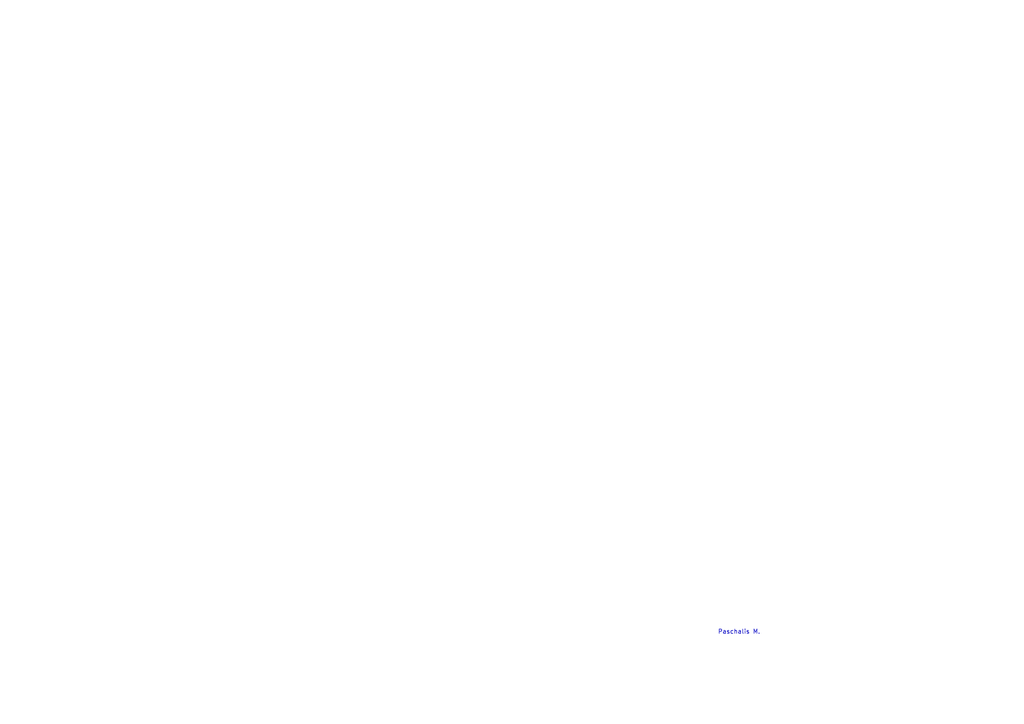
<source format=kicad_sch>
(kicad_sch
	(version 20231120)
	(generator "eeschema")
	(generator_version "8.0")
	(uuid "3b6683f6-8f38-4e5d-aa51-7e5d74a56472")
	(paper "A4")
	(title_block
		(date "05-01-2025")
		(rev "1.0")
		(company "https://github.com/Paschalis")
	)
	(lib_symbols)
	(text "Paschalis M."
		(exclude_from_sim no)
		(at 214.376 183.388 0)
		(effects
			(font
				(size 1.27 1.27)
			)
		)
		(uuid "e2b28c4f-b3b0-4861-bfee-1f3148f0a146")
	)
)

</source>
